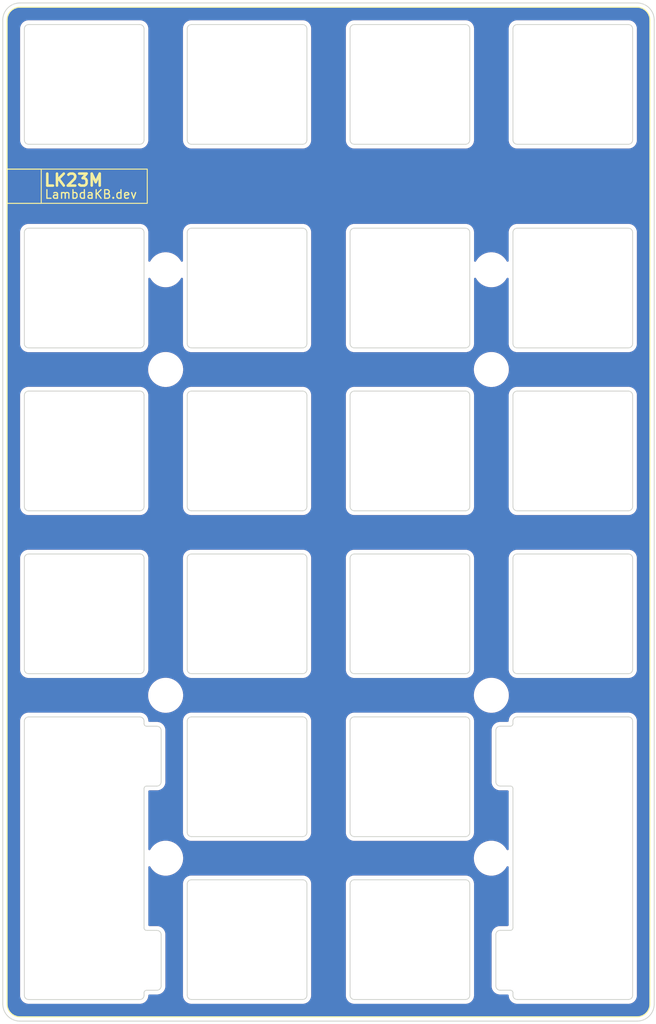
<source format=kicad_pcb>
(kicad_pcb (version 20240108) (generator "pcbnew") (generator_version "8.0")
  (title_block (company "LambdaKB.dev"))
  (layers (0 "F.Cu" signal) (31 "B.Cu" signal) (34 "B.Paste" user) (35 "F.Paste" user) (36 "B.SilkS" user "B.Silkscreen") (37 "F.SilkS" user "F.Silkscreen") (38 "B.Mask" user) (39 "F.Mask" user) (44 "Edge.Cuts" user))
  (net 0 "")
  (footprint "" (layer "F.Cu") (at 47.625 59.775)
    (property "Reference" "H1" (hide yes))
    (property "Value" "")
    (pad "" np_thru_hole circle (at 0 0) (size 3.6 3.6) (drill 3.6) (layers "*.Cu" "*.Mask"))
  )
  (footprint "" (layer "F.Cu") (at 85.725 71.4375)
    (property "Reference" "H2" (hide yes))
    (property "Value" "")
    (pad "" np_thru_hole circle (at 0 0) (size 3.6 3.6) (drill 3.6) (layers "*.Cu" "*.Mask"))
  )
  (footprint "" (layer "F.Cu") (at 85.725 109.5375)
    (property "Reference" "H4" (hide yes))
    (property "Value" "")
    (pad "" np_thru_hole circle (at 0 0) (size 3.6 3.6) (drill 3.6) (layers "*.Cu" "*.Mask"))
  )
  (footprint "" (layer "F.Cu") (at 47.625 128.5875)
    (property "Reference" "H3" (hide yes))
    (property "Value" "")
    (pad "" np_thru_hole circle (at 0 0) (size 3.6 3.6) (drill 3.6) (layers "*.Cu" "*.Mask"))
  )
  (footprint "" (layer "B.Cu") (at 85.725 59.775 180)
    (property "Reference" "H5" (hide yes))
    (property "Value" "")
    (pad "" np_thru_hole circle (at 0 0 180) (size 3.6 3.6) (drill 3.6) (layers "*.Cu" "*.Mask"))
  )
  (footprint "" (layer "B.Cu") (at 47.625 109.5375 180)
    (property "Reference" "H8" (hide yes))
    (property "Value" "")
    (pad "" np_thru_hole circle (at 0 0 180) (size 3.6 3.6) (drill 3.6) (layers "*.Cu" "*.Mask"))
  )
  (footprint "" (layer "B.Cu") (at 85.725 128.5875 180)
    (property "Reference" "H7" (hide yes))
    (property "Value" "")
    (pad "" np_thru_hole circle (at 0 0 180) (size 3.6 3.6) (drill 3.6) (layers "*.Cu" "*.Mask"))
  )
  (footprint "" (layer "B.Cu") (at 47.625 71.4375 180)
    (property "Reference" "H6" (hide yes))
    (property "Value" "")
    (pad "" np_thru_hole circle (at 0 0 180) (size 3.6 3.6) (drill 3.6) (layers "*.Cu" "*.Mask"))
  )
  (gr_arc (start 104.275 145.637) (mid 103.83566 146.69766) (end 102.775 147.137) (stroke (width 0.12)) (layer "F.SilkS"))
  (gr_arc (start 29.075 30.575) (mid 29.51434 29.51434) (end 30.575 29.075) (stroke (width 0.12)) (layer "F.SilkS"))
  (gr_line (start 29.075 145.637) (end 29.075 30.575) (stroke (width 0.12)) (layer "F.SilkS"))
  (gr_arc (start 30.575 147.137) (mid 29.51434 146.69766) (end 29.075 145.637) (stroke (width 0.12)) (layer "F.SilkS"))
  (gr_arc (start 102.775 29.075) (mid 103.83566 29.51434) (end 104.275 30.575) (stroke (width 0.12)) (layer "F.SilkS"))
  (gr_rect (start 29.075 48.005773) (end 45.475 52.006727) (stroke (width 0.12)) (fill none) (layer "F.SilkS"))
  (gr_poly (pts (xy 33.07492 52.005693) (xy 29.075 52.005693) (xy 29.075 48.005773) (xy 33.07492 48.005773)) (stroke (width 0.12)) (fill none) (layer "F.SilkS"))
  (gr_line (start 30.575 29.075) (end 102.775 29.075) (stroke (width 0.12)) (layer "F.SilkS"))
  (gr_line (start 104.275 30.575) (end 104.275 145.637) (stroke (width 0.12)) (layer "F.SilkS"))
  (gr_line (start 102.775 147.137) (end 30.575 147.137) (stroke (width 0.12)) (layer "F.SilkS"))
  (gr_arc (start 69.2 74.4625) (mid 69.346447 74.108947) (end 69.7 73.9625) (stroke (width 0.1)) (layer "Edge.Cuts"))
  (gr_arc (start 31.1 31.6) (mid 31.246447 31.246447) (end 31.6 31.1) (stroke (width 0.1)) (layer "Edge.Cuts"))
  (gr_arc (start 88.25 55.4125) (mid 88.396447 55.058947) (end 88.75 54.9125) (stroke (width 0.1)) (layer "Edge.Cuts"))
  (gr_arc (start 86.25 137.5255) (mid 86.396447 137.171947) (end 86.75 137.0255) (stroke (width 0.1)) (layer "Edge.Cuts"))
  (gr_line (start 88.75 45.1) (end 101.75 45.1) (stroke (width 0.1)) (layer "Edge.Cuts"))
  (gr_arc (start 101.75 73.9625) (mid 102.103553 74.108947) (end 102.25 74.4625) (stroke (width 0.1)) (layer "Edge.Cuts"))
  (gr_line (start 101.75 93.0125) (end 88.75 93.0125) (stroke (width 0.1)) (layer "Edge.Cuts"))
  (gr_line (start 87.95 113.1495) (end 86.75 113.1495) (stroke (width 0.1)) (layer "Edge.Cuts"))
  (gr_arc (start 50.65 126.0625) (mid 50.296447 125.916053) (end 50.15 125.5625) (stroke (width 0.1)) (layer "Edge.Cuts"))
  (gr_line (start 86.25 137.5255) (end 86.25 143.5255) (stroke (width 0.1)) (layer "Edge.Cuts"))
  (gr_line (start 69.2 112.5625) (end 69.2 125.5625) (stroke (width 0.1)) (layer "Edge.Cuts"))
  (gr_line (start 45.1 144.6175) (end 45.1 144.3305) (stroke (width 0.1)) (layer "Edge.Cuts"))
  (gr_arc (start 88.25 93.5125) (mid 88.396447 93.158947) (end 88.75 93.0125) (stroke (width 0.1)) (layer "Edge.Cuts"))
  (gr_arc (start 69.7 107.0125) (mid 69.346447 106.866053) (end 69.2 106.5125) (stroke (width 0.1)) (layer "Edge.Cuts"))
  (gr_line (start 50.15 55.4125) (end 50.15 68.4125) (stroke (width 0.1)) (layer "Edge.Cuts"))
  (gr_arc (start 83.2 125.5625) (mid 83.053553 125.916053) (end 82.7 126.0625) (stroke (width 0.1)) (layer "Edge.Cuts"))
  (gr_line (start 31.6 68.9125) (end 44.6 68.9125) (stroke (width 0.1)) (layer "Edge.Cuts"))
  (gr_line (start 102.25 74.4625) (end 102.25 87.4625) (stroke (width 0.1)) (layer "Edge.Cuts"))
  (gr_line (start 82.7 54.9125) (end 69.7 54.9125) (stroke (width 0.1)) (layer "Edge.Cuts"))
  (gr_line (start 47.1 143.5305) (end 47.1 137.5305) (stroke (width 0.1)) (layer "Edge.Cuts"))
  (gr_arc (start 45.4 137.0305) (mid 45.187868 136.942632) (end 45.1 136.7305) (stroke (width 0.1)) (layer "Edge.Cuts"))
  (gr_line (start 87.95 144.0255) (end 86.75 144.0255) (stroke (width 0.1)) (layer "Edge.Cuts"))
  (gr_arc (start 86.75 144.0255) (mid 86.396447 143.879053) (end 86.25 143.5255) (stroke (width 0.1)) (layer "Edge.Cuts"))
  (gr_arc (start 82.7 93.0125) (mid 83.053553 93.158947) (end 83.2 93.5125) (stroke (width 0.1)) (layer "Edge.Cuts"))
  (gr_arc (start 88.25 74.4625) (mid 88.396447 74.108947) (end 88.75 73.9625) (stroke (width 0.1)) (layer "Edge.Cuts"))
  (gr_arc (start 63.65 112.0625) (mid 64.003553 112.208947) (end 64.15 112.5625) (stroke (width 0.1)) (layer "Edge.Cuts"))
  (gr_arc (start 50.65 45.1) (mid 50.296447 44.953553) (end 50.15 44.6) (stroke (width 0.1)) (layer "Edge.Cuts"))
  (gr_line (start 88.25 74.4625) (end 88.25 87.4625) (stroke (width 0.1)) (layer "Edge.Cuts"))
  (gr_arc (start 31.1 112.5675) (mid 31.246447 112.213947) (end 31.6 112.0675) (stroke (width 0.1)) (layer "Edge.Cuts"))
  (gr_line (start 50.15 131.6125) (end 50.15 144.6125) (stroke (width 0.1)) (layer "Edge.Cuts"))
  (gr_arc (start 50.15 112.5625) (mid 50.296447 112.208947) (end 50.65 112.0625) (stroke (width 0.1)) (layer "Edge.Cuts"))
  (gr_line (start 44.6 112.0675) (end 31.6 112.0675) (stroke (width 0.1)) (layer "Edge.Cuts"))
  (gr_line (start 83.2 74.4625) (end 83.2 87.4625) (stroke (width 0.1)) (layer "Edge.Cuts"))
  (gr_line (start 50.65 45.1) (end 63.65 45.1) (stroke (width 0.1)) (layer "Edge.Cuts"))
  (gr_line (start 44.6 145.1175) (end 31.6 145.1175) (stroke (width 0.1)) (layer "Edge.Cuts"))
  (gr_arc (start 31.1 55.4125) (mid 31.246447 55.058947) (end 31.6 54.9125) (stroke (width 0.1)) (layer "Edge.Cuts"))
  (gr_line (start 63.65 93.0125) (end 50.65 93.0125) (stroke (width 0.1)) (layer "Edge.Cuts"))
  (gr_line (start 31.1 31.6) (end 31.1 44.6) (stroke (width 0.1)) (layer "Edge.Cuts"))
  (gr_arc (start 88.25 136.7255) (mid 88.162132 136.937632) (end 87.95 137.0255) (stroke (width 0.1)) (layer "Edge.Cuts"))
  (gr_arc (start 64.15 44.6) (mid 64.003553 44.953553) (end 63.65 45.1) (stroke (width 0.1)) (layer "Edge.Cuts"))
  (gr_line (start 102.775 147.6375) (end 30.575 147.6375) (stroke (width 0.1)) (layer "Edge.Cuts"))
  (gr_arc (start 44.6 93.0125) (mid 44.953553 93.158947) (end 45.1 93.5125) (stroke (width 0.1)) (layer "Edge.Cuts"))
  (gr_line (start 31.1 93.5125) (end 31.1 106.5125) (stroke (width 0.1)) (layer "Edge.Cuts"))
  (gr_line (start 31.6 107.0125) (end 44.6 107.0125) (stroke (width 0.1)) (layer "Edge.Cuts"))
  (gr_arc (start 31.6 145.1175) (mid 31.246447 144.971053) (end 31.1 144.6175) (stroke (width 0.1)) (layer "Edge.Cuts"))
  (gr_line (start 50.65 112.0625) (end 63.65 112.0625) (stroke (width 0.1)) (layer "Edge.Cuts"))
  (gr_line (start 50.15 112.5625) (end 50.15 125.5625) (stroke (width 0.1)) (layer "Edge.Cuts"))
  (gr_line (start 88.75 112.0625) (end 101.75 112.0625) (stroke (width 0.1)) (layer "Edge.Cuts"))
  (gr_arc (start 50.15 93.5125) (mid 50.296447 93.158947) (end 50.65 93.0125) (stroke (width 0.1)) (layer "Edge.Cuts"))
  (gr_line (start 50.65 31.1) (end 63.65 31.1) (stroke (width 0.1)) (layer "Edge.Cuts"))
  (gr_arc (start 88.25 112.8495) (mid 88.162132 113.061632) (end 87.95 113.1495) (stroke (width 0.1)) (layer "Edge.Cuts"))
  (gr_line (start 88.75 145.1125) (end 101.75 145.1125) (stroke (width 0.1)) (layer "Edge.Cuts"))
  (gr_line (start 88.25 120.4495) (end 88.25 136.7255) (stroke (width 0.1)) (layer "Edge.Cuts"))
  (gr_arc (start 69.7 87.9625) (mid 69.346447 87.816053) (end 69.2 87.4625) (stroke (width 0.1)) (layer "Edge.Cuts"))
  (gr_arc (start 86.75 120.1495) (mid 86.396447 120.003053) (end 86.25 119.6495) (stroke (width 0.1)) (layer "Edge.Cuts"))
  (gr_line (start 102.25 55.4125) (end 102.25 68.4125) (stroke (width 0.1)) (layer "Edge.Cuts"))
  (gr_arc (start 69.7 45.1) (mid 69.346447 44.953553) (end 69.2 44.6) (stroke (width 0.1)) (layer "Edge.Cuts"))
  (gr_arc (start 63.65 54.9125) (mid 64.003553 55.058947) (end 64.15 55.4125) (stroke (width 0.1)) (layer "Edge.Cuts"))
  (gr_arc (start 102.25 106.5125) (mid 102.103553 106.866053) (end 101.75 107.0125) (stroke (width 0.1)) (layer "Edge.Cuts"))
  (gr_line (start 104.775 30.575) (end 104.775 145.6375) (stroke (width 0.1)) (layer "Edge.Cuts"))
  (gr_line (start 83.2 31.6) (end 83.2 44.6) (stroke (width 0.1)) (layer "Edge.Cuts"))
  (gr_arc (start 82.7 131.1125) (mid 83.053553 131.258947) (end 83.2 131.6125) (stroke (width 0.1)) (layer "Edge.Cuts"))
  (gr_line (start 31.6 93.0125) (end 44.6 93.0125) (stroke (width 0.1)) (layer "Edge.Cuts"))
  (gr_line (start 82.7 112.0625) (end 69.7 112.0625) (stroke (width 0.1)) (layer "Edge.Cuts"))
  (gr_arc (start 47.1 143.5305) (mid 46.953553 143.884053) (end 46.6 144.0305) (stroke (width 0.1)) (layer "Edge.Cuts"))
  (gr_line (start 50.15 74.4625) (end 50.15 87.4625) (stroke (width 0.1)) (layer "Edge.Cuts"))
  (gr_line (start 83.2 131.6125) (end 83.2 144.6125) (stroke (width 0.1)) (layer "Edge.Cuts"))
  (gr_line (start 63.65 145.1125) (end 50.65 145.1125) (stroke (width 0.1)) (layer "Edge.Cuts"))
  (gr_line (start 50.65 54.9125) (end 63.65 54.9125) (stroke (width 0.1)) (layer "Edge.Cuts"))
  (gr_line (start 50.15 31.6) (end 50.15 44.6) (stroke (width 0.1)) (layer "Edge.Cuts"))
  (gr_arc (start 50.65 87.9625) (mid 50.296447 87.816053) (end 50.15 87.4625) (stroke (width 0.1)) (layer "Edge.Cuts"))
  (gr_line (start 88.75 31.1) (end 101.75 31.1) (stroke (width 0.1)) (layer "Edge.Cuts"))
  (gr_line (start 102.25 93.5125) (end 102.25 106.5125) (stroke (width 0.1)) (layer "Edge.Cuts"))
  (gr_arc (start 44.6 54.9125) (mid 44.953553 55.058947) (end 45.1 55.4125) (stroke (width 0.1)) (layer "Edge.Cuts"))
  (gr_line (start 63.65 107.0125) (end 50.65 107.0125) (stroke (width 0.1)) (layer "Edge.Cuts"))
  (gr_arc (start 64.15 87.4625) (mid 64.003553 87.816053) (end 63.65 87.9625) (stroke (width 0.1)) (layer "Edge.Cuts"))
  (gr_line (start 69.7 145.1125) (end 82.7 145.1125) (stroke (width 0.1)) (layer "Edge.Cuts"))
  (gr_line (start 45.4 137.0305) (end 46.6 137.0305) (stroke (width 0.1)) (layer "Edge.Cuts"))
  (gr_line (start 31.1 55.4125) (end 31.1 68.4125) (stroke (width 0.1)) (layer "Edge.Cuts"))
  (gr_arc (start 69.7 145.1125) (mid 69.346447 144.966053) (end 69.2 144.6125) (stroke (width 0.1)) (layer "Edge.Cuts"))
  (gr_line (start 69.7 31.1) (end 82.7 31.1) (stroke (width 0.1)) (layer "Edge.Cuts"))
  (gr_line (start 64.15 112.5625) (end 64.15 125.5625) (stroke (width 0.1)) (layer "Edge.Cuts"))
  (gr_arc (start 83.2 87.4625) (mid 83.053553 87.816053) (end 82.7 87.9625) (stroke (width 0.1)) (layer "Edge.Cuts"))
  (gr_line (start 69.2 131.6125) (end 69.2 144.6125) (stroke (width 0.1)) (layer "Edge.Cuts"))
  (gr_line (start 82.7 126.0625) (end 69.7 126.0625) (stroke (width 0.1)) (layer "Edge.Cuts"))
  (gr_arc (start 101.75 31.1) (mid 102.103553 31.246447) (end 102.25 31.6) (stroke (width 0.1)) (layer "Edge.Cuts"))
  (gr_arc (start 45.1 68.4125) (mid 44.953553 68.766053) (end 44.6 68.9125) (stroke (width 0.1)) (layer "Edge.Cuts"))
  (gr_arc (start 104.775 145.6375) (mid 104.189214 147.051714) (end 102.775 147.6375) (stroke (width 0.1)) (layer "Edge.Cuts"))
  (gr_line (start 88.25 93.5125) (end 88.25 106.5125) (stroke (width 0.1)) (layer "Edge.Cuts"))
  (gr_line (start 69.2 31.6) (end 69.2 44.6) (stroke (width 0.1)) (layer "Edge.Cuts"))
  (gr_line (start 50.65 68.9125) (end 63.65 68.9125) (stroke (width 0.1)) (layer "Edge.Cuts"))
  (gr_line (start 101.75 107.0125) (end 88.75 107.0125) (stroke (width 0.1)) (layer "Edge.Cuts"))
  (gr_line (start 69.7 93.0125) (end 82.7 93.0125) (stroke (width 0.1)) (layer "Edge.Cuts"))
  (gr_line (start 47.1 119.6545) (end 47.1 113.6545) (stroke (width 0.1)) (layer "Edge.Cuts"))
  (gr_arc (start 87.95 144.0255) (mid 88.162132 144.113368) (end 88.25 144.3255) (stroke (width 0.1)) (layer "Edge.Cuts"))
  (gr_line (start 31.6 45.1) (end 44.6 45.1) (stroke (width 0.1)) (layer "Edge.Cuts"))
  (gr_arc (start 45.4 113.1545) (mid 45.187868 113.066632) (end 45.1 112.8545) (stroke (width 0.1)) (layer "Edge.Cuts"))
  (gr_arc (start 63.65 131.1125) (mid 64.003553 131.258947) (end 64.15 131.6125) (stroke (width 0.1)) (layer "Edge.Cuts"))
  (gr_arc (start 69.2 112.5625) (mid 69.346447 112.208947) (end 69.7 112.0625) (stroke (width 0.1)) (layer "Edge.Cuts"))
  (gr_line (start 63.65 131.1125) (end 50.65 131.1125) (stroke (width 0.1)) (layer "Edge.Cuts"))
  (gr_arc (start 86.25 113.6495) (mid 86.396447 113.295947) (end 86.75 113.1495) (stroke (width 0.1)) (layer "Edge.Cuts"))
  (gr_arc (start 88.25 31.6) (mid 88.396447 31.246447) (end 88.75 31.1) (stroke (width 0.1)) (layer "Edge.Cuts"))
  (gr_arc (start 46.6 137.0305) (mid 46.953553 137.176947) (end 47.1 137.5305) (stroke (width 0.1)) (layer "Edge.Cuts"))
  (gr_line (start 45.4 120.1545) (end 46.6 120.1545) (stroke (width 0.1)) (layer "Edge.Cuts"))
  (gr_arc (start 88.75 145.1125) (mid 88.396447 144.966053) (end 88.25 144.6125) (stroke (width 0.1)) (layer "Edge.Cuts"))
  (gr_line (start 88.25 55.4125) (end 88.25 68.4125) (stroke (width 0.1)) (layer "Edge.Cuts"))
  (gr_arc (start 87.95 120.1495) (mid 88.162132 120.237368) (end 88.25 120.4495) (stroke (width 0.1)) (layer "Edge.Cuts"))
  (gr_arc (start 63.65 31.1) (mid 64.003553 31.246447) (end 64.15 31.6) (stroke (width 0.1)) (layer "Edge.Cuts"))
  (gr_arc (start 82.7 112.0625) (mid 83.053553 112.208947) (end 83.2 112.5625) (stroke (width 0.1)) (layer "Edge.Cuts"))
  (gr_arc (start 30.575 147.6375) (mid 29.160786 147.051714) (end 28.575 145.6375) (stroke (width 0.1)) (layer "Edge.Cuts"))
  (gr_line (start 102.25 31.6) (end 102.25 44.6) (stroke (width 0.1)) (layer "Edge.Cuts"))
  (gr_arc (start 31.6 107.0125) (mid 31.246447 106.866053) (end 31.1 106.5125) (stroke (width 0.1)) (layer "Edge.Cuts"))
  (gr_line (start 88.75 73.9625) (end 101.75 73.9625) (stroke (width 0.1)) (layer "Edge.Cuts"))
  (gr_line (start 45.4 144.0305) (end 46.6 144.0305) (stroke (width 0.1)) (layer "Edge.Cuts"))
  (gr_arc (start 69.2 131.6125) (mid 69.346447 131.258947) (end 69.7 131.1125) (stroke (width 0.1)) (layer "Edge.Cuts"))
  (gr_arc (start 31.1 74.4625) (mid 31.246447 74.108947) (end 31.6 73.9625) (stroke (width 0.1)) (layer "Edge.Cuts"))
  (gr_line (start 31.6 73.9625) (end 44.6 73.9625) (stroke (width 0.1)) (layer "Edge.Cuts"))
  (gr_line (start 88.75 68.9125) (end 101.75 68.9125) (stroke (width 0.1)) (layer "Edge.Cuts"))
  (gr_line (start 88.25 31.6) (end 88.25 44.6) (stroke (width 0.1)) (layer "Edge.Cuts"))
  (gr_line (start 31.6 87.9625) (end 44.6 87.9625) (stroke (width 0.1)) (layer "Edge.Cuts"))
  (gr_arc (start 69.2 93.5125) (mid 69.346447 93.158947) (end 69.7 93.0125) (stroke (width 0.1)) (layer "Edge.Cuts"))
  (gr_arc (start 63.65 93.0125) (mid 64.003553 93.158947) (end 64.15 93.5125) (stroke (width 0.1)) (layer "Edge.Cuts"))
  (gr_arc (start 31.6 45.1) (mid 31.246447 44.953553) (end 31.1 44.6) (stroke (width 0.1)) (layer "Edge.Cuts"))
  (gr_arc (start 28.575 30.575) (mid 29.160786 29.160786) (end 30.575 28.575) (stroke (width 0.1)) (layer "Edge.Cuts"))
  (gr_line (start 69.2 55.4125) (end 69.2 68.4125) (stroke (width 0.1)) (layer "Edge.Cuts"))
  (gr_line (start 31.6 31.1) (end 44.6 31.1) (stroke (width 0.1)) (layer "Edge.Cuts"))
  (gr_arc (start 88.75 68.9125) (mid 88.396447 68.766053) (end 88.25 68.4125) (stroke (width 0.1)) (layer "Edge.Cuts"))
  (gr_line (start 64.15 55.4125) (end 64.15 68.4125) (stroke (width 0.1)) (layer "Edge.Cuts"))
  (gr_arc (start 50.65 145.1125) (mid 50.296447 144.966053) (end 50.15 144.6125) (stroke (width 0.1)) (layer "Edge.Cuts"))
  (gr_arc (start 45.1 87.4625) (mid 44.953553 87.816053) (end 44.6 87.9625) (stroke (width 0.1)) (layer "Edge.Cuts"))
  (gr_arc (start 69.2 55.4125) (mid 69.346447 55.058947) (end 69.7 54.9125) (stroke (width 0.1)) (layer "Edge.Cuts"))
  (gr_line (start 45.1 93.5125) (end 45.1 106.5125) (stroke (width 0.1)) (layer "Edge.Cuts"))
  (gr_arc (start 45.1 144.6175) (mid 44.953553 144.971053) (end 44.6 145.1175) (stroke (width 0.1)) (layer "Edge.Cuts"))
  (gr_arc (start 82.7 73.9625) (mid 83.053553 74.108947) (end 83.2 74.4625) (stroke (width 0.1)) (layer "Edge.Cuts"))
  (gr_arc (start 83.2 68.4125) (mid 83.053553 68.766053) (end 82.7 68.9125) (stroke (width 0.1)) (layer "Edge.Cuts"))
  (gr_arc (start 64.15 106.5125) (mid 64.003553 106.866053) (end 63.65 107.0125) (stroke (width 0.1)) (layer "Edge.Cuts"))
  (gr_arc (start 31.6 68.9125) (mid 31.246447 68.766053) (end 31.1 68.4125) (stroke (width 0.1)) (layer "Edge.Cuts"))
  (gr_arc (start 44.6 112.0675) (mid 44.953553 112.213947) (end 45.1 112.5675) (stroke (width 0.1)) (layer "Edge.Cuts"))
  (gr_line (start 45.1 112.8545) (end 45.1 112.5675) (stroke (width 0.1)) (layer "Edge.Cuts"))
  (gr_line (start 69.2 93.5125) (end 69.2 106.5125) (stroke (width 0.1)) (layer "Edge.Cuts"))
  (gr_line (start 83.2 55.4125) (end 83.2 68.4125) (stroke (width 0.1)) (layer "Edge.Cuts"))
  (gr_arc (start 64.15 68.4125) (mid 64.003553 68.766053) (end 63.65 68.9125) (stroke (width 0.1)) (layer "Edge.Cuts"))
  (gr_line (start 69.2 74.4625) (end 69.2 87.4625) (stroke (width 0.1)) (layer "Edge.Cuts"))
  (gr_arc (start 44.6 31.1) (mid 44.953553 31.246447) (end 45.1 31.6) (stroke (width 0.1)) (layer "Edge.Cuts"))
  (gr_line (start 69.7 107.0125) (end 82.7 107.0125) (stroke (width 0.1)) (layer "Edge.Cuts"))
  (gr_arc (start 83.2 44.6) (mid 83.053553 44.953553) (end 82.7 45.1) (stroke (width 0.1)) (layer "Edge.Cuts"))
  (gr_arc (start 88.75 87.9625) (mid 88.396447 87.816053) (end 88.25 87.4625) (stroke (width 0.1)) (layer "Edge.Cuts"))
  (gr_arc (start 44.6 73.9625) (mid 44.953553 74.108947) (end 45.1 74.4625) (stroke (width 0.1)) (layer "Edge.Cuts"))
  (gr_line (start 69.7 87.9625) (end 82.7 87.9625) (stroke (width 0.1)) (layer "Edge.Cuts"))
  (gr_line (start 31.1 144.6175) (end 31.1 112.5675) (stroke (width 0.1)) (layer "Edge.Cuts"))
  (gr_line (start 69.7 45.1) (end 82.7 45.1) (stroke (width 0.1)) (layer "Edge.Cuts"))
  (gr_arc (start 45.1 144.3305) (mid 45.187868 144.118368) (end 45.4 144.0305) (stroke (width 0.1)) (layer "Edge.Cuts"))
  (gr_line (start 64.15 31.6) (end 64.15 44.6) (stroke (width 0.1)) (layer "Edge.Cuts"))
  (gr_arc (start 102.775 28.575) (mid 104.189214 29.160786) (end 104.775 30.575) (stroke (width 0.1)) (layer "Edge.Cuts"))
  (gr_arc (start 47.1 119.6545) (mid 46.953553 120.008053) (end 46.6 120.1545) (stroke (width 0.1)) (layer "Edge.Cuts"))
  (gr_arc (start 69.7 126.0625) (mid 69.346447 125.916053) (end 69.2 125.5625) (stroke (width 0.1)) (layer "Edge.Cuts"))
  (gr_arc (start 50.15 31.6) (mid 50.296447 31.246447) (end 50.65 31.1) (stroke (width 0.1)) (layer "Edge.Cuts"))
  (gr_line (start 50.15 93.5125) (end 50.15 106.5125) (stroke (width 0.1)) (layer "Edge.Cuts"))
  (gr_line (start 88.75 54.9125) (end 101.75 54.9125) (stroke (width 0.1)) (layer "Edge.Cuts"))
  (gr_line (start 45.1 136.7305) (end 45.1 120.4545) (stroke (width 0.1)) (layer "Edge.Cuts"))
  (gr_arc (start 102.25 68.4125) (mid 102.103553 68.766053) (end 101.75 68.9125) (stroke (width 0.1)) (layer "Edge.Cuts"))
  (gr_arc (start 69.7 68.9125) (mid 69.346447 68.766053) (end 69.2 68.4125) (stroke (width 0.1)) (layer "Edge.Cuts"))
  (gr_line (start 45.4 113.1545) (end 46.6 113.1545) (stroke (width 0.1)) (layer "Edge.Cuts"))
  (gr_arc (start 83.2 144.6125) (mid 83.053553 144.966053) (end 82.7 145.1125) (stroke (width 0.1)) (layer "Edge.Cuts"))
  (gr_arc (start 88.25 112.5625) (mid 88.396447 112.208947) (end 88.75 112.0625) (stroke (width 0.1)) (layer "Edge.Cuts"))
  (gr_arc (start 64.15 125.5625) (mid 64.003553 125.916053) (end 63.65 126.0625) (stroke (width 0.1)) (layer "Edge.Cuts"))
  (gr_arc (start 63.65 73.9625) (mid 64.003553 74.108947) (end 64.15 74.4625) (stroke (width 0.1)) (layer "Edge.Cuts"))
  (gr_arc (start 102.25 144.6125) (mid 102.103553 144.966053) (end 101.75 145.1125) (stroke (width 0.1)) (layer "Edge.Cuts"))
  (gr_line (start 64.15 74.4625) (end 64.15 87.4625) (stroke (width 0.1)) (layer "Edge.Cuts"))
  (gr_line (start 28.575 145.6375) (end 28.575 30.575) (stroke (width 0.1)) (layer "Edge.Cuts"))
  (gr_line (start 45.1 74.4625) (end 45.1 87.4625) (stroke (width 0.1)) (layer "Edge.Cuts"))
  (gr_arc (start 45.1 120.4545) (mid 45.187868 120.242368) (end 45.4 120.1545) (stroke (width 0.1)) (layer "Edge.Cuts"))
  (gr_line (start 88.25 112.5625) (end 88.25 112.8495) (stroke (width 0.1)) (layer "Edge.Cuts"))
  (gr_arc (start 50.65 107.0125) (mid 50.296447 106.866053) (end 50.15 106.5125) (stroke (width 0.1)) (layer "Edge.Cuts"))
  (gr_arc (start 88.75 107.0125) (mid 88.396447 106.866053) (end 88.25 106.5125) (stroke (width 0.1)) (layer "Edge.Cuts"))
  (gr_arc (start 102.25 87.4625) (mid 102.103553 87.816053) (end 101.75 87.9625) (stroke (width 0.1)) (layer "Edge.Cuts"))
  (gr_arc (start 50.15 74.4625) (mid 50.296447 74.108947) (end 50.65 73.9625) (stroke (width 0.1)) (layer "Edge.Cuts"))
  (gr_arc (start 50.15 55.4125) (mid 50.296447 55.058947) (end 50.65 54.9125) (stroke (width 0.1)) (layer "Edge.Cuts"))
  (gr_line (start 63.65 87.9625) (end 50.65 87.9625) (stroke (width 0.1)) (layer "Edge.Cuts"))
  (gr_arc (start 83.2 106.5125) (mid 83.053553 106.866053) (end 82.7 107.0125) (stroke (width 0.1)) (layer "Edge.Cuts"))
  (gr_arc (start 69.2 31.6) (mid 69.346447 31.246447) (end 69.7 31.1) (stroke (width 0.1)) (layer "Edge.Cuts"))
  (gr_line (start 63.65 73.9625) (end 50.65 73.9625) (stroke (width 0.1)) (layer "Edge.Cuts"))
  (gr_line (start 50.65 126.0625) (end 63.65 126.0625) (stroke (width 0.1)) (layer "Edge.Cuts"))
  (gr_line (start 30.575 28.575) (end 102.775 28.575) (stroke (width 0.1)) (layer "Edge.Cuts"))
  (gr_line (start 102.25 112.5625) (end 102.25 144.6125) (stroke (width 0.1)) (layer "Edge.Cuts"))
  (gr_arc (start 82.7 31.1) (mid 83.053553 31.246447) (end 83.2 31.6) (stroke (width 0.1)) (layer "Edge.Cuts"))
  (gr_line (start 69.7 73.9625) (end 82.7 73.9625) (stroke (width 0.1)) (layer "Edge.Cuts"))
  (gr_line (start 64.15 131.6125) (end 64.15 144.6125) (stroke (width 0.1)) (layer "Edge.Cuts"))
  (gr_line (start 69.7 131.1125) (end 82.7 131.1125) (stroke (width 0.1)) (layer "Edge.Cuts"))
  (gr_arc (start 50.65 68.9125) (mid 50.296447 68.766053) (end 50.15 68.4125) (stroke (width 0.1)) (layer "Edge.Cuts"))
  (gr_arc (start 102.25 44.6) (mid 102.103553 44.953553) (end 101.75 45.1) (stroke (width 0.1)) (layer "Edge.Cuts"))
  (gr_arc (start 88.75 45.1) (mid 88.396447 44.953553) (end 88.25 44.6) (stroke (width 0.1)) (layer "Edge.Cuts"))
  (gr_line (start 87.95 120.1495) (end 86.75 120.1495) (stroke (width 0.1)) (layer "Edge.Cuts"))
  (gr_arc (start 101.75 93.0125) (mid 102.103553 93.158947) (end 102.25 93.5125) (stroke (width 0.1)) (layer "Edge.Cuts"))
  (gr_line (start 83.2 112.5625) (end 83.2 125.5625) (stroke (width 0.1)) (layer "Edge.Cuts"))
  (gr_arc (start 50.15 131.6125) (mid 50.296447 131.258947) (end 50.65 131.1125) (stroke (width 0.1)) (layer "Edge.Cuts"))
  (gr_line (start 88.25 144.3255) (end 88.25 144.6125) (stroke (width 0.1)) (layer "Edge.Cuts"))
  (gr_line (start 88.75 87.9625) (end 101.75 87.9625) (stroke (width 0.1)) (layer "Edge.Cuts"))
  (gr_arc (start 101.75 54.9125) (mid 102.103553 55.058947) (end 102.25 55.4125) (stroke (width 0.1)) (layer "Edge.Cuts"))
  (gr_arc (start 46.6 113.1545) (mid 46.953553 113.300947) (end 47.1 113.6545) (stroke (width 0.1)) (layer "Edge.Cuts"))
  (gr_line (start 87.95 137.0255) (end 86.75 137.0255) (stroke (width 0.1)) (layer "Edge.Cuts"))
  (gr_line (start 83.2 93.5125) (end 83.2 106.5125) (stroke (width 0.1)) (layer "Edge.Cuts"))
  (gr_line (start 86.25 113.6495) (end 86.25 119.6495) (stroke (width 0.1)) (layer "Edge.Cuts"))
  (gr_arc (start 31.6 87.9625) (mid 31.246447 87.816053) (end 31.1 87.4625) (stroke (width 0.1)) (layer "Edge.Cuts"))
  (gr_line (start 82.7 68.9125) (end 69.7 68.9125) (stroke (width 0.1)) (layer "Edge.Cuts"))
  (gr_line (start 45.1 55.4125) (end 45.1 68.4125) (stroke (width 0.1)) (layer "Edge.Cuts"))
  (gr_arc (start 31.1 93.5125) (mid 31.246447 93.158947) (end 31.6 93.0125) (stroke (width 0.1)) (layer "Edge.Cuts"))
  (gr_line (start 31.1 74.4625) (end 31.1 87.4625) (stroke (width 0.1)) (layer "Edge.Cuts"))
  (gr_line (start 45.1 31.6) (end 45.1 44.6) (stroke (width 0.1)) (layer "Edge.Cuts"))
  (gr_line (start 64.15 93.5125) (end 64.15 106.5125) (stroke (width 0.1)) (layer "Edge.Cuts"))
  (gr_arc (start 101.75 112.0625) (mid 102.103553 112.208947) (end 102.25 112.5625) (stroke (width 0.1)) (layer "Edge.Cuts"))
  (gr_line (start 31.6 54.9125) (end 44.6 54.9125) (stroke (width 0.1)) (layer "Edge.Cuts"))
  (gr_arc (start 82.7 54.9125) (mid 83.053553 55.058947) (end 83.2 55.4125) (stroke (width 0.1)) (layer "Edge.Cuts"))
  (gr_arc (start 64.15 144.6125) (mid 64.003553 144.966053) (end 63.65 145.1125) (stroke (width 0.1)) (layer "Edge.Cuts"))
  (gr_arc (start 45.1 106.5125) (mid 44.953553 106.866053) (end 44.6 107.0125) (stroke (width 0.1)) (layer "Edge.Cuts"))
  (gr_arc (start 45.1 44.6) (mid 44.953553 44.953553) (end 44.6 45.1) (stroke (width 0.1)) (layer "Edge.Cuts"))
  (gr_text "LambdaKB.dev" (at 33.399881 51.543273 0) (layer "F.SilkS") (effects (font (size 1 1) (thickness 0.15) (bold yes)) (justify left bottom)))
  (gr_text "LK23M" (at 33.249881 50.118273 0) (layer "F.SilkS") (effects (font (size 1.4 1.4) (thickness 0.3) (bold yes)) (justify left bottom)))
  (zone (net 0) (net_name "") (layers "F&B.Cu") (connect_pads (clearance 0.5)) (min_thickness 0.25) (fill yes (thermal_gap 0.5) (thermal_bridge_width 0.5))
    (polygon (pts (xy 28.25 28.23) (xy 105 28.23) (xy 105 147.98) (xy 28.25 147.98)))
  )
)
</source>
